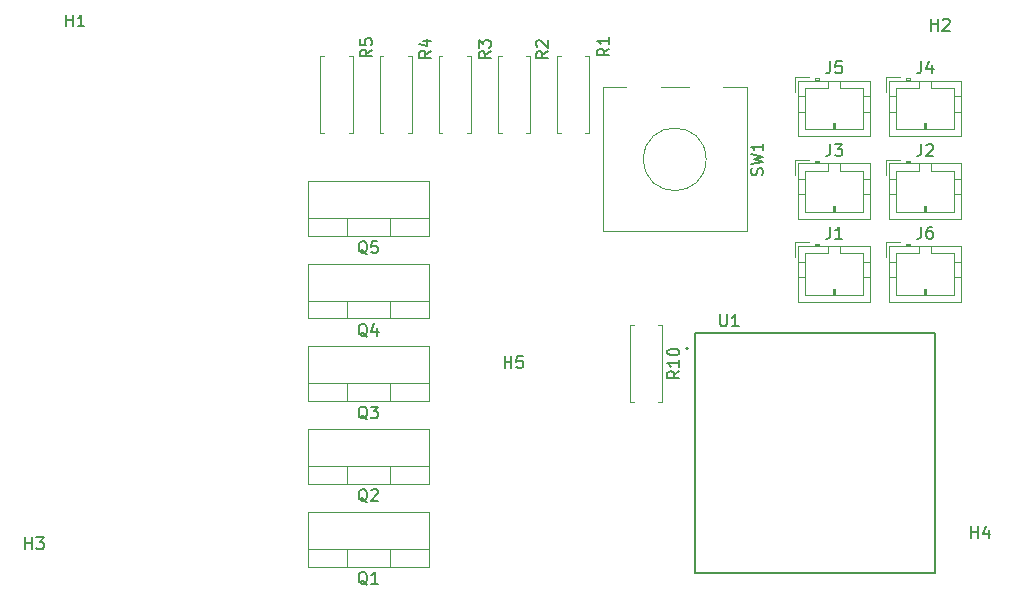
<source format=gbr>
%TF.GenerationSoftware,KiCad,Pcbnew,(6.0.6)*%
%TF.CreationDate,2022-06-23T13:36:09-07:00*%
%TF.ProjectId,KnightPCB,4b6e6967-6874-4504-9342-2e6b69636164,rev?*%
%TF.SameCoordinates,Original*%
%TF.FileFunction,Legend,Top*%
%TF.FilePolarity,Positive*%
%FSLAX46Y46*%
G04 Gerber Fmt 4.6, Leading zero omitted, Abs format (unit mm)*
G04 Created by KiCad (PCBNEW (6.0.6)) date 2022-06-23 13:36:09*
%MOMM*%
%LPD*%
G01*
G04 APERTURE LIST*
%ADD10C,0.150000*%
%ADD11C,0.120000*%
%ADD12C,0.127000*%
%ADD13C,0.200000*%
G04 APERTURE END LIST*
D10*
%TO.C,H5*%
X95788095Y-63552380D02*
X95788095Y-62552380D01*
X95788095Y-63028571D02*
X96359523Y-63028571D01*
X96359523Y-63552380D02*
X96359523Y-62552380D01*
X97311904Y-62552380D02*
X96835714Y-62552380D01*
X96788095Y-63028571D01*
X96835714Y-62980952D01*
X96930952Y-62933333D01*
X97169047Y-62933333D01*
X97264285Y-62980952D01*
X97311904Y-63028571D01*
X97359523Y-63123809D01*
X97359523Y-63361904D01*
X97311904Y-63457142D01*
X97264285Y-63504761D01*
X97169047Y-63552380D01*
X96930952Y-63552380D01*
X96835714Y-63504761D01*
X96788095Y-63457142D01*
%TO.C,J6*%
X131066666Y-51602380D02*
X131066666Y-52316666D01*
X131019047Y-52459523D01*
X130923809Y-52554761D01*
X130780952Y-52602380D01*
X130685714Y-52602380D01*
X131971428Y-51602380D02*
X131780952Y-51602380D01*
X131685714Y-51650000D01*
X131638095Y-51697619D01*
X131542857Y-51840476D01*
X131495238Y-52030952D01*
X131495238Y-52411904D01*
X131542857Y-52507142D01*
X131590476Y-52554761D01*
X131685714Y-52602380D01*
X131876190Y-52602380D01*
X131971428Y-52554761D01*
X132019047Y-52507142D01*
X132066666Y-52411904D01*
X132066666Y-52173809D01*
X132019047Y-52078571D01*
X131971428Y-52030952D01*
X131876190Y-51983333D01*
X131685714Y-51983333D01*
X131590476Y-52030952D01*
X131542857Y-52078571D01*
X131495238Y-52173809D01*
%TO.C,J5*%
X123366666Y-37602380D02*
X123366666Y-38316666D01*
X123319047Y-38459523D01*
X123223809Y-38554761D01*
X123080952Y-38602380D01*
X122985714Y-38602380D01*
X124319047Y-37602380D02*
X123842857Y-37602380D01*
X123795238Y-38078571D01*
X123842857Y-38030952D01*
X123938095Y-37983333D01*
X124176190Y-37983333D01*
X124271428Y-38030952D01*
X124319047Y-38078571D01*
X124366666Y-38173809D01*
X124366666Y-38411904D01*
X124319047Y-38507142D01*
X124271428Y-38554761D01*
X124176190Y-38602380D01*
X123938095Y-38602380D01*
X123842857Y-38554761D01*
X123795238Y-38507142D01*
%TO.C,J4*%
X131066666Y-37602380D02*
X131066666Y-38316666D01*
X131019047Y-38459523D01*
X130923809Y-38554761D01*
X130780952Y-38602380D01*
X130685714Y-38602380D01*
X131971428Y-37935714D02*
X131971428Y-38602380D01*
X131733333Y-37554761D02*
X131495238Y-38269047D01*
X132114285Y-38269047D01*
%TO.C,J3*%
X123366666Y-44602380D02*
X123366666Y-45316666D01*
X123319047Y-45459523D01*
X123223809Y-45554761D01*
X123080952Y-45602380D01*
X122985714Y-45602380D01*
X123747619Y-44602380D02*
X124366666Y-44602380D01*
X124033333Y-44983333D01*
X124176190Y-44983333D01*
X124271428Y-45030952D01*
X124319047Y-45078571D01*
X124366666Y-45173809D01*
X124366666Y-45411904D01*
X124319047Y-45507142D01*
X124271428Y-45554761D01*
X124176190Y-45602380D01*
X123890476Y-45602380D01*
X123795238Y-45554761D01*
X123747619Y-45507142D01*
%TO.C,J2*%
X131066666Y-44602380D02*
X131066666Y-45316666D01*
X131019047Y-45459523D01*
X130923809Y-45554761D01*
X130780952Y-45602380D01*
X130685714Y-45602380D01*
X131495238Y-44697619D02*
X131542857Y-44650000D01*
X131638095Y-44602380D01*
X131876190Y-44602380D01*
X131971428Y-44650000D01*
X132019047Y-44697619D01*
X132066666Y-44792857D01*
X132066666Y-44888095D01*
X132019047Y-45030952D01*
X131447619Y-45602380D01*
X132066666Y-45602380D01*
%TO.C,J1*%
X123366666Y-51602380D02*
X123366666Y-52316666D01*
X123319047Y-52459523D01*
X123223809Y-52554761D01*
X123080952Y-52602380D01*
X122985714Y-52602380D01*
X124366666Y-52602380D02*
X123795238Y-52602380D01*
X124080952Y-52602380D02*
X124080952Y-51602380D01*
X123985714Y-51745238D01*
X123890476Y-51840476D01*
X123795238Y-51888095D01*
%TO.C,R10*%
X110572380Y-63832857D02*
X110096190Y-64166190D01*
X110572380Y-64404285D02*
X109572380Y-64404285D01*
X109572380Y-64023333D01*
X109620000Y-63928095D01*
X109667619Y-63880476D01*
X109762857Y-63832857D01*
X109905714Y-63832857D01*
X110000952Y-63880476D01*
X110048571Y-63928095D01*
X110096190Y-64023333D01*
X110096190Y-64404285D01*
X110572380Y-62880476D02*
X110572380Y-63451904D01*
X110572380Y-63166190D02*
X109572380Y-63166190D01*
X109715238Y-63261428D01*
X109810476Y-63356666D01*
X109858095Y-63451904D01*
X109572380Y-62261428D02*
X109572380Y-62166190D01*
X109620000Y-62070952D01*
X109667619Y-62023333D01*
X109762857Y-61975714D01*
X109953333Y-61928095D01*
X110191428Y-61928095D01*
X110381904Y-61975714D01*
X110477142Y-62023333D01*
X110524761Y-62070952D01*
X110572380Y-62166190D01*
X110572380Y-62261428D01*
X110524761Y-62356666D01*
X110477142Y-62404285D01*
X110381904Y-62451904D01*
X110191428Y-62499523D01*
X109953333Y-62499523D01*
X109762857Y-62451904D01*
X109667619Y-62404285D01*
X109620000Y-62356666D01*
X109572380Y-62261428D01*
%TO.C,R2*%
X99452380Y-36766666D02*
X98976190Y-37100000D01*
X99452380Y-37338095D02*
X98452380Y-37338095D01*
X98452380Y-36957142D01*
X98500000Y-36861904D01*
X98547619Y-36814285D01*
X98642857Y-36766666D01*
X98785714Y-36766666D01*
X98880952Y-36814285D01*
X98928571Y-36861904D01*
X98976190Y-36957142D01*
X98976190Y-37338095D01*
X98547619Y-36385714D02*
X98500000Y-36338095D01*
X98452380Y-36242857D01*
X98452380Y-36004761D01*
X98500000Y-35909523D01*
X98547619Y-35861904D01*
X98642857Y-35814285D01*
X98738095Y-35814285D01*
X98880952Y-35861904D01*
X99452380Y-36433333D01*
X99452380Y-35814285D01*
%TO.C,U1*%
X114045595Y-59017380D02*
X114045595Y-59826904D01*
X114093214Y-59922142D01*
X114140833Y-59969761D01*
X114236071Y-60017380D01*
X114426547Y-60017380D01*
X114521785Y-59969761D01*
X114569404Y-59922142D01*
X114617023Y-59826904D01*
X114617023Y-59017380D01*
X115617023Y-60017380D02*
X115045595Y-60017380D01*
X115331309Y-60017380D02*
X115331309Y-59017380D01*
X115236071Y-59160238D01*
X115140833Y-59255476D01*
X115045595Y-59303095D01*
%TO.C,Q1*%
X84164761Y-81922619D02*
X84069523Y-81875000D01*
X83974285Y-81779761D01*
X83831428Y-81636904D01*
X83736190Y-81589285D01*
X83640952Y-81589285D01*
X83688571Y-81827380D02*
X83593333Y-81779761D01*
X83498095Y-81684523D01*
X83450476Y-81494047D01*
X83450476Y-81160714D01*
X83498095Y-80970238D01*
X83593333Y-80875000D01*
X83688571Y-80827380D01*
X83879047Y-80827380D01*
X83974285Y-80875000D01*
X84069523Y-80970238D01*
X84117142Y-81160714D01*
X84117142Y-81494047D01*
X84069523Y-81684523D01*
X83974285Y-81779761D01*
X83879047Y-81827380D01*
X83688571Y-81827380D01*
X85069523Y-81827380D02*
X84498095Y-81827380D01*
X84783809Y-81827380D02*
X84783809Y-80827380D01*
X84688571Y-80970238D01*
X84593333Y-81065476D01*
X84498095Y-81113095D01*
%TO.C,R3*%
X94602380Y-36766666D02*
X94126190Y-37100000D01*
X94602380Y-37338095D02*
X93602380Y-37338095D01*
X93602380Y-36957142D01*
X93650000Y-36861904D01*
X93697619Y-36814285D01*
X93792857Y-36766666D01*
X93935714Y-36766666D01*
X94030952Y-36814285D01*
X94078571Y-36861904D01*
X94126190Y-36957142D01*
X94126190Y-37338095D01*
X93602380Y-36433333D02*
X93602380Y-35814285D01*
X93983333Y-36147619D01*
X93983333Y-36004761D01*
X94030952Y-35909523D01*
X94078571Y-35861904D01*
X94173809Y-35814285D01*
X94411904Y-35814285D01*
X94507142Y-35861904D01*
X94554761Y-35909523D01*
X94602380Y-36004761D01*
X94602380Y-36290476D01*
X94554761Y-36385714D01*
X94507142Y-36433333D01*
%TO.C,R4*%
X89552380Y-36716666D02*
X89076190Y-37050000D01*
X89552380Y-37288095D02*
X88552380Y-37288095D01*
X88552380Y-36907142D01*
X88600000Y-36811904D01*
X88647619Y-36764285D01*
X88742857Y-36716666D01*
X88885714Y-36716666D01*
X88980952Y-36764285D01*
X89028571Y-36811904D01*
X89076190Y-36907142D01*
X89076190Y-37288095D01*
X88885714Y-35859523D02*
X89552380Y-35859523D01*
X88504761Y-36097619D02*
X89219047Y-36335714D01*
X89219047Y-35716666D01*
%TO.C,H1*%
X58638095Y-34652380D02*
X58638095Y-33652380D01*
X58638095Y-34128571D02*
X59209523Y-34128571D01*
X59209523Y-34652380D02*
X59209523Y-33652380D01*
X60209523Y-34652380D02*
X59638095Y-34652380D01*
X59923809Y-34652380D02*
X59923809Y-33652380D01*
X59828571Y-33795238D01*
X59733333Y-33890476D01*
X59638095Y-33938095D01*
%TO.C,R5*%
X84552380Y-36616666D02*
X84076190Y-36950000D01*
X84552380Y-37188095D02*
X83552380Y-37188095D01*
X83552380Y-36807142D01*
X83600000Y-36711904D01*
X83647619Y-36664285D01*
X83742857Y-36616666D01*
X83885714Y-36616666D01*
X83980952Y-36664285D01*
X84028571Y-36711904D01*
X84076190Y-36807142D01*
X84076190Y-37188095D01*
X83552380Y-35711904D02*
X83552380Y-36188095D01*
X84028571Y-36235714D01*
X83980952Y-36188095D01*
X83933333Y-36092857D01*
X83933333Y-35854761D01*
X83980952Y-35759523D01*
X84028571Y-35711904D01*
X84123809Y-35664285D01*
X84361904Y-35664285D01*
X84457142Y-35711904D01*
X84504761Y-35759523D01*
X84552380Y-35854761D01*
X84552380Y-36092857D01*
X84504761Y-36188095D01*
X84457142Y-36235714D01*
%TO.C,Q5*%
X84164761Y-53922619D02*
X84069523Y-53875000D01*
X83974285Y-53779761D01*
X83831428Y-53636904D01*
X83736190Y-53589285D01*
X83640952Y-53589285D01*
X83688571Y-53827380D02*
X83593333Y-53779761D01*
X83498095Y-53684523D01*
X83450476Y-53494047D01*
X83450476Y-53160714D01*
X83498095Y-52970238D01*
X83593333Y-52875000D01*
X83688571Y-52827380D01*
X83879047Y-52827380D01*
X83974285Y-52875000D01*
X84069523Y-52970238D01*
X84117142Y-53160714D01*
X84117142Y-53494047D01*
X84069523Y-53684523D01*
X83974285Y-53779761D01*
X83879047Y-53827380D01*
X83688571Y-53827380D01*
X85021904Y-52827380D02*
X84545714Y-52827380D01*
X84498095Y-53303571D01*
X84545714Y-53255952D01*
X84640952Y-53208333D01*
X84879047Y-53208333D01*
X84974285Y-53255952D01*
X85021904Y-53303571D01*
X85069523Y-53398809D01*
X85069523Y-53636904D01*
X85021904Y-53732142D01*
X84974285Y-53779761D01*
X84879047Y-53827380D01*
X84640952Y-53827380D01*
X84545714Y-53779761D01*
X84498095Y-53732142D01*
%TO.C,H4*%
X135288095Y-77952380D02*
X135288095Y-76952380D01*
X135288095Y-77428571D02*
X135859523Y-77428571D01*
X135859523Y-77952380D02*
X135859523Y-76952380D01*
X136764285Y-77285714D02*
X136764285Y-77952380D01*
X136526190Y-76904761D02*
X136288095Y-77619047D01*
X136907142Y-77619047D01*
%TO.C,Q3*%
X84164761Y-67922619D02*
X84069523Y-67875000D01*
X83974285Y-67779761D01*
X83831428Y-67636904D01*
X83736190Y-67589285D01*
X83640952Y-67589285D01*
X83688571Y-67827380D02*
X83593333Y-67779761D01*
X83498095Y-67684523D01*
X83450476Y-67494047D01*
X83450476Y-67160714D01*
X83498095Y-66970238D01*
X83593333Y-66875000D01*
X83688571Y-66827380D01*
X83879047Y-66827380D01*
X83974285Y-66875000D01*
X84069523Y-66970238D01*
X84117142Y-67160714D01*
X84117142Y-67494047D01*
X84069523Y-67684523D01*
X83974285Y-67779761D01*
X83879047Y-67827380D01*
X83688571Y-67827380D01*
X84450476Y-66827380D02*
X85069523Y-66827380D01*
X84736190Y-67208333D01*
X84879047Y-67208333D01*
X84974285Y-67255952D01*
X85021904Y-67303571D01*
X85069523Y-67398809D01*
X85069523Y-67636904D01*
X85021904Y-67732142D01*
X84974285Y-67779761D01*
X84879047Y-67827380D01*
X84593333Y-67827380D01*
X84498095Y-67779761D01*
X84450476Y-67732142D01*
%TO.C,R1*%
X104652380Y-36516666D02*
X104176190Y-36850000D01*
X104652380Y-37088095D02*
X103652380Y-37088095D01*
X103652380Y-36707142D01*
X103700000Y-36611904D01*
X103747619Y-36564285D01*
X103842857Y-36516666D01*
X103985714Y-36516666D01*
X104080952Y-36564285D01*
X104128571Y-36611904D01*
X104176190Y-36707142D01*
X104176190Y-37088095D01*
X104652380Y-35564285D02*
X104652380Y-36135714D01*
X104652380Y-35850000D02*
X103652380Y-35850000D01*
X103795238Y-35945238D01*
X103890476Y-36040476D01*
X103938095Y-36135714D01*
%TO.C,SW1*%
X117604761Y-47233333D02*
X117652380Y-47090476D01*
X117652380Y-46852380D01*
X117604761Y-46757142D01*
X117557142Y-46709523D01*
X117461904Y-46661904D01*
X117366666Y-46661904D01*
X117271428Y-46709523D01*
X117223809Y-46757142D01*
X117176190Y-46852380D01*
X117128571Y-47042857D01*
X117080952Y-47138095D01*
X117033333Y-47185714D01*
X116938095Y-47233333D01*
X116842857Y-47233333D01*
X116747619Y-47185714D01*
X116700000Y-47138095D01*
X116652380Y-47042857D01*
X116652380Y-46804761D01*
X116700000Y-46661904D01*
X116652380Y-46328571D02*
X117652380Y-46090476D01*
X116938095Y-45900000D01*
X117652380Y-45709523D01*
X116652380Y-45471428D01*
X117652380Y-44566666D02*
X117652380Y-45138095D01*
X117652380Y-44852380D02*
X116652380Y-44852380D01*
X116795238Y-44947619D01*
X116890476Y-45042857D01*
X116938095Y-45138095D01*
%TO.C,Q4*%
X84164761Y-60922619D02*
X84069523Y-60875000D01*
X83974285Y-60779761D01*
X83831428Y-60636904D01*
X83736190Y-60589285D01*
X83640952Y-60589285D01*
X83688571Y-60827380D02*
X83593333Y-60779761D01*
X83498095Y-60684523D01*
X83450476Y-60494047D01*
X83450476Y-60160714D01*
X83498095Y-59970238D01*
X83593333Y-59875000D01*
X83688571Y-59827380D01*
X83879047Y-59827380D01*
X83974285Y-59875000D01*
X84069523Y-59970238D01*
X84117142Y-60160714D01*
X84117142Y-60494047D01*
X84069523Y-60684523D01*
X83974285Y-60779761D01*
X83879047Y-60827380D01*
X83688571Y-60827380D01*
X84974285Y-60160714D02*
X84974285Y-60827380D01*
X84736190Y-59779761D02*
X84498095Y-60494047D01*
X85117142Y-60494047D01*
%TO.C,H2*%
X131888095Y-35002380D02*
X131888095Y-34002380D01*
X131888095Y-34478571D02*
X132459523Y-34478571D01*
X132459523Y-35002380D02*
X132459523Y-34002380D01*
X132888095Y-34097619D02*
X132935714Y-34050000D01*
X133030952Y-34002380D01*
X133269047Y-34002380D01*
X133364285Y-34050000D01*
X133411904Y-34097619D01*
X133459523Y-34192857D01*
X133459523Y-34288095D01*
X133411904Y-34430952D01*
X132840476Y-35002380D01*
X133459523Y-35002380D01*
%TO.C,Q2*%
X84164761Y-74922619D02*
X84069523Y-74875000D01*
X83974285Y-74779761D01*
X83831428Y-74636904D01*
X83736190Y-74589285D01*
X83640952Y-74589285D01*
X83688571Y-74827380D02*
X83593333Y-74779761D01*
X83498095Y-74684523D01*
X83450476Y-74494047D01*
X83450476Y-74160714D01*
X83498095Y-73970238D01*
X83593333Y-73875000D01*
X83688571Y-73827380D01*
X83879047Y-73827380D01*
X83974285Y-73875000D01*
X84069523Y-73970238D01*
X84117142Y-74160714D01*
X84117142Y-74494047D01*
X84069523Y-74684523D01*
X83974285Y-74779761D01*
X83879047Y-74827380D01*
X83688571Y-74827380D01*
X84498095Y-73922619D02*
X84545714Y-73875000D01*
X84640952Y-73827380D01*
X84879047Y-73827380D01*
X84974285Y-73875000D01*
X85021904Y-73922619D01*
X85069523Y-74017857D01*
X85069523Y-74113095D01*
X85021904Y-74255952D01*
X84450476Y-74827380D01*
X85069523Y-74827380D01*
%TO.C,H3*%
X55188095Y-78902380D02*
X55188095Y-77902380D01*
X55188095Y-78378571D02*
X55759523Y-78378571D01*
X55759523Y-78902380D02*
X55759523Y-77902380D01*
X56140476Y-77902380D02*
X56759523Y-77902380D01*
X56426190Y-78283333D01*
X56569047Y-78283333D01*
X56664285Y-78330952D01*
X56711904Y-78378571D01*
X56759523Y-78473809D01*
X56759523Y-78711904D01*
X56711904Y-78807142D01*
X56664285Y-78854761D01*
X56569047Y-78902380D01*
X56283333Y-78902380D01*
X56188095Y-78854761D01*
X56140476Y-78807142D01*
D11*
%TO.C,J6*%
X129800000Y-53040000D02*
X129800000Y-53240000D01*
X128950000Y-57350000D02*
X133850000Y-57350000D01*
X133850000Y-57350000D02*
X133850000Y-53850000D01*
X128340000Y-55850000D02*
X128950000Y-55850000D01*
X131500000Y-56850000D02*
X131500000Y-57350000D01*
X130900000Y-53240000D02*
X130900000Y-53850000D01*
X128950000Y-53850000D02*
X128950000Y-57350000D01*
X130100000Y-53240000D02*
X130100000Y-53040000D01*
X128340000Y-53240000D02*
X128340000Y-57960000D01*
X134460000Y-53240000D02*
X128340000Y-53240000D01*
X130900000Y-53850000D02*
X128950000Y-53850000D01*
X134460000Y-55850000D02*
X133850000Y-55850000D01*
X133850000Y-53850000D02*
X131900000Y-53850000D01*
X128340000Y-54550000D02*
X128950000Y-54550000D01*
X131400000Y-57350000D02*
X131400000Y-56850000D01*
X131300000Y-56850000D02*
X131500000Y-56850000D01*
X134460000Y-57960000D02*
X134460000Y-53240000D01*
X130100000Y-53140000D02*
X129800000Y-53140000D01*
X131900000Y-53850000D02*
X131900000Y-53240000D01*
X128040000Y-52940000D02*
X128040000Y-54190000D01*
X129290000Y-52940000D02*
X128040000Y-52940000D01*
X128340000Y-57960000D02*
X134460000Y-57960000D01*
X134460000Y-54550000D02*
X133850000Y-54550000D01*
X130100000Y-53040000D02*
X129800000Y-53040000D01*
X131300000Y-57350000D02*
X131300000Y-56850000D01*
%TO.C,J5*%
X122100000Y-39040000D02*
X122100000Y-39240000D01*
X121250000Y-43350000D02*
X126150000Y-43350000D01*
X126150000Y-43350000D02*
X126150000Y-39850000D01*
X120640000Y-41850000D02*
X121250000Y-41850000D01*
X123800000Y-42850000D02*
X123800000Y-43350000D01*
X123200000Y-39240000D02*
X123200000Y-39850000D01*
X121250000Y-39850000D02*
X121250000Y-43350000D01*
X122400000Y-39240000D02*
X122400000Y-39040000D01*
X120640000Y-39240000D02*
X120640000Y-43960000D01*
X126760000Y-39240000D02*
X120640000Y-39240000D01*
X123200000Y-39850000D02*
X121250000Y-39850000D01*
X126760000Y-41850000D02*
X126150000Y-41850000D01*
X126150000Y-39850000D02*
X124200000Y-39850000D01*
X120640000Y-40550000D02*
X121250000Y-40550000D01*
X123700000Y-43350000D02*
X123700000Y-42850000D01*
X123600000Y-42850000D02*
X123800000Y-42850000D01*
X126760000Y-43960000D02*
X126760000Y-39240000D01*
X122400000Y-39140000D02*
X122100000Y-39140000D01*
X124200000Y-39850000D02*
X124200000Y-39240000D01*
X120340000Y-38940000D02*
X120340000Y-40190000D01*
X121590000Y-38940000D02*
X120340000Y-38940000D01*
X120640000Y-43960000D02*
X126760000Y-43960000D01*
X126760000Y-40550000D02*
X126150000Y-40550000D01*
X122400000Y-39040000D02*
X122100000Y-39040000D01*
X123600000Y-43350000D02*
X123600000Y-42850000D01*
%TO.C,J4*%
X131300000Y-43350000D02*
X131300000Y-42850000D01*
X130100000Y-39040000D02*
X129800000Y-39040000D01*
X134460000Y-40550000D02*
X133850000Y-40550000D01*
X128340000Y-43960000D02*
X134460000Y-43960000D01*
X129290000Y-38940000D02*
X128040000Y-38940000D01*
X128040000Y-38940000D02*
X128040000Y-40190000D01*
X131900000Y-39850000D02*
X131900000Y-39240000D01*
X130100000Y-39140000D02*
X129800000Y-39140000D01*
X134460000Y-43960000D02*
X134460000Y-39240000D01*
X131300000Y-42850000D02*
X131500000Y-42850000D01*
X131400000Y-43350000D02*
X131400000Y-42850000D01*
X128340000Y-40550000D02*
X128950000Y-40550000D01*
X133850000Y-39850000D02*
X131900000Y-39850000D01*
X134460000Y-41850000D02*
X133850000Y-41850000D01*
X130900000Y-39850000D02*
X128950000Y-39850000D01*
X134460000Y-39240000D02*
X128340000Y-39240000D01*
X128340000Y-39240000D02*
X128340000Y-43960000D01*
X130100000Y-39240000D02*
X130100000Y-39040000D01*
X128950000Y-39850000D02*
X128950000Y-43350000D01*
X130900000Y-39240000D02*
X130900000Y-39850000D01*
X131500000Y-42850000D02*
X131500000Y-43350000D01*
X128340000Y-41850000D02*
X128950000Y-41850000D01*
X133850000Y-43350000D02*
X133850000Y-39850000D01*
X128950000Y-43350000D02*
X133850000Y-43350000D01*
X129800000Y-39040000D02*
X129800000Y-39240000D01*
%TO.C,J3*%
X122100000Y-46040000D02*
X122100000Y-46240000D01*
X121250000Y-50350000D02*
X126150000Y-50350000D01*
X126150000Y-50350000D02*
X126150000Y-46850000D01*
X120640000Y-48850000D02*
X121250000Y-48850000D01*
X123800000Y-49850000D02*
X123800000Y-50350000D01*
X123200000Y-46240000D02*
X123200000Y-46850000D01*
X121250000Y-46850000D02*
X121250000Y-50350000D01*
X122400000Y-46240000D02*
X122400000Y-46040000D01*
X120640000Y-46240000D02*
X120640000Y-50960000D01*
X126760000Y-46240000D02*
X120640000Y-46240000D01*
X123200000Y-46850000D02*
X121250000Y-46850000D01*
X126760000Y-48850000D02*
X126150000Y-48850000D01*
X126150000Y-46850000D02*
X124200000Y-46850000D01*
X120640000Y-47550000D02*
X121250000Y-47550000D01*
X123700000Y-50350000D02*
X123700000Y-49850000D01*
X123600000Y-49850000D02*
X123800000Y-49850000D01*
X126760000Y-50960000D02*
X126760000Y-46240000D01*
X122400000Y-46140000D02*
X122100000Y-46140000D01*
X124200000Y-46850000D02*
X124200000Y-46240000D01*
X120340000Y-45940000D02*
X120340000Y-47190000D01*
X121590000Y-45940000D02*
X120340000Y-45940000D01*
X120640000Y-50960000D02*
X126760000Y-50960000D01*
X126760000Y-47550000D02*
X126150000Y-47550000D01*
X122400000Y-46040000D02*
X122100000Y-46040000D01*
X123600000Y-50350000D02*
X123600000Y-49850000D01*
%TO.C,J2*%
X131300000Y-50350000D02*
X131300000Y-49850000D01*
X130100000Y-46040000D02*
X129800000Y-46040000D01*
X134460000Y-47550000D02*
X133850000Y-47550000D01*
X128340000Y-50960000D02*
X134460000Y-50960000D01*
X129290000Y-45940000D02*
X128040000Y-45940000D01*
X128040000Y-45940000D02*
X128040000Y-47190000D01*
X131900000Y-46850000D02*
X131900000Y-46240000D01*
X130100000Y-46140000D02*
X129800000Y-46140000D01*
X134460000Y-50960000D02*
X134460000Y-46240000D01*
X131300000Y-49850000D02*
X131500000Y-49850000D01*
X131400000Y-50350000D02*
X131400000Y-49850000D01*
X128340000Y-47550000D02*
X128950000Y-47550000D01*
X133850000Y-46850000D02*
X131900000Y-46850000D01*
X134460000Y-48850000D02*
X133850000Y-48850000D01*
X130900000Y-46850000D02*
X128950000Y-46850000D01*
X134460000Y-46240000D02*
X128340000Y-46240000D01*
X128340000Y-46240000D02*
X128340000Y-50960000D01*
X130100000Y-46240000D02*
X130100000Y-46040000D01*
X128950000Y-46850000D02*
X128950000Y-50350000D01*
X130900000Y-46240000D02*
X130900000Y-46850000D01*
X131500000Y-49850000D02*
X131500000Y-50350000D01*
X128340000Y-48850000D02*
X128950000Y-48850000D01*
X133850000Y-50350000D02*
X133850000Y-46850000D01*
X128950000Y-50350000D02*
X133850000Y-50350000D01*
X129800000Y-46040000D02*
X129800000Y-46240000D01*
%TO.C,J1*%
X122100000Y-53040000D02*
X122100000Y-53240000D01*
X121250000Y-57350000D02*
X126150000Y-57350000D01*
X126150000Y-57350000D02*
X126150000Y-53850000D01*
X120640000Y-55850000D02*
X121250000Y-55850000D01*
X123800000Y-56850000D02*
X123800000Y-57350000D01*
X123200000Y-53240000D02*
X123200000Y-53850000D01*
X121250000Y-53850000D02*
X121250000Y-57350000D01*
X122400000Y-53240000D02*
X122400000Y-53040000D01*
X120640000Y-53240000D02*
X120640000Y-57960000D01*
X126760000Y-53240000D02*
X120640000Y-53240000D01*
X123200000Y-53850000D02*
X121250000Y-53850000D01*
X126760000Y-55850000D02*
X126150000Y-55850000D01*
X126150000Y-53850000D02*
X124200000Y-53850000D01*
X120640000Y-54550000D02*
X121250000Y-54550000D01*
X123700000Y-57350000D02*
X123700000Y-56850000D01*
X123600000Y-56850000D02*
X123800000Y-56850000D01*
X126760000Y-57960000D02*
X126760000Y-53240000D01*
X122400000Y-53140000D02*
X122100000Y-53140000D01*
X124200000Y-53850000D02*
X124200000Y-53240000D01*
X120340000Y-52940000D02*
X120340000Y-54190000D01*
X121590000Y-52940000D02*
X120340000Y-52940000D01*
X120640000Y-57960000D02*
X126760000Y-57960000D01*
X126760000Y-54550000D02*
X126150000Y-54550000D01*
X122400000Y-53040000D02*
X122100000Y-53040000D01*
X123600000Y-57350000D02*
X123600000Y-56850000D01*
%TO.C,R10*%
X109120000Y-66460000D02*
X108790000Y-66460000D01*
X109120000Y-59920000D02*
X109120000Y-66460000D01*
X106380000Y-59920000D02*
X106380000Y-66460000D01*
X106380000Y-66460000D02*
X106710000Y-66460000D01*
X106710000Y-59920000D02*
X106380000Y-59920000D01*
X108790000Y-59920000D02*
X109120000Y-59920000D01*
%TO.C,R2*%
X95527500Y-37155000D02*
X95197500Y-37155000D01*
X97937500Y-37155000D02*
X97937500Y-43695000D01*
X97937500Y-43695000D02*
X97607500Y-43695000D01*
X95197500Y-43695000D02*
X95527500Y-43695000D01*
X95197500Y-37155000D02*
X95197500Y-43695000D01*
X97607500Y-37155000D02*
X97937500Y-37155000D01*
D12*
%TO.C,U1*%
X111872500Y-80960000D02*
X111872500Y-60640000D01*
X111872500Y-60640000D02*
X132192500Y-60640000D01*
X132192500Y-80960000D02*
X111872500Y-80960000D01*
X132192500Y-60640000D02*
X132192500Y-80960000D01*
D13*
X111332500Y-61910000D02*
G75*
G03*
X111332500Y-61910000I-100000J0D01*
G01*
D11*
%TO.C,Q1*%
X86110000Y-80375000D02*
X86110000Y-78865000D01*
X82409000Y-80375000D02*
X82409000Y-78865000D01*
X89380000Y-80375000D02*
X89380000Y-75734000D01*
X89380000Y-75734000D02*
X79140000Y-75734000D01*
X89380000Y-78865000D02*
X79140000Y-78865000D01*
X89380000Y-80375000D02*
X79140000Y-80375000D01*
X79140000Y-80375000D02*
X79140000Y-75734000D01*
%TO.C,R3*%
X90197500Y-43695000D02*
X90527500Y-43695000D01*
X90197500Y-37155000D02*
X90197500Y-43695000D01*
X92937500Y-43695000D02*
X92607500Y-43695000D01*
X92607500Y-37155000D02*
X92937500Y-37155000D01*
X92937500Y-37155000D02*
X92937500Y-43695000D01*
X90527500Y-37155000D02*
X90197500Y-37155000D01*
%TO.C,R4*%
X85527500Y-37155000D02*
X85197500Y-37155000D01*
X85197500Y-43695000D02*
X85527500Y-43695000D01*
X85197500Y-37155000D02*
X85197500Y-43695000D01*
X87937500Y-43695000D02*
X87607500Y-43695000D01*
X87937500Y-37155000D02*
X87937500Y-43695000D01*
X87607500Y-37155000D02*
X87937500Y-37155000D01*
%TO.C,R5*%
X80527500Y-37155000D02*
X80197500Y-37155000D01*
X82937500Y-37155000D02*
X82937500Y-43695000D01*
X82937500Y-43695000D02*
X82607500Y-43695000D01*
X80197500Y-37155000D02*
X80197500Y-43695000D01*
X82607500Y-37155000D02*
X82937500Y-37155000D01*
X80197500Y-43695000D02*
X80527500Y-43695000D01*
%TO.C,Q5*%
X89380000Y-52375000D02*
X79140000Y-52375000D01*
X82409000Y-52375000D02*
X82409000Y-50865000D01*
X89380000Y-52375000D02*
X89380000Y-47734000D01*
X89380000Y-47734000D02*
X79140000Y-47734000D01*
X86110000Y-52375000D02*
X86110000Y-50865000D01*
X89380000Y-50865000D02*
X79140000Y-50865000D01*
X79140000Y-52375000D02*
X79140000Y-47734000D01*
%TO.C,Q3*%
X89380000Y-64865000D02*
X79140000Y-64865000D01*
X89380000Y-66375000D02*
X89380000Y-61734000D01*
X86110000Y-66375000D02*
X86110000Y-64865000D01*
X82409000Y-66375000D02*
X82409000Y-64865000D01*
X89380000Y-66375000D02*
X79140000Y-66375000D01*
X79140000Y-66375000D02*
X79140000Y-61734000D01*
X89380000Y-61734000D02*
X79140000Y-61734000D01*
%TO.C,R1*%
X102937500Y-37155000D02*
X102937500Y-43695000D01*
X102937500Y-43695000D02*
X102607500Y-43695000D01*
X102607500Y-37155000D02*
X102937500Y-37155000D01*
X100197500Y-43695000D02*
X100527500Y-43695000D01*
X100197500Y-37155000D02*
X100197500Y-43695000D01*
X100527500Y-37155000D02*
X100197500Y-37155000D01*
%TO.C,SW1*%
X104100000Y-52000000D02*
X104100000Y-39800000D01*
X116300000Y-52000000D02*
X104100000Y-52000000D01*
X104100000Y-39800000D02*
X106090000Y-39800000D01*
X111390000Y-39800000D02*
X109010000Y-39800000D01*
X114310000Y-39800000D02*
X116300000Y-39800000D01*
X116300000Y-39800000D02*
X116300000Y-52000000D01*
X112850000Y-45900000D02*
G75*
G03*
X112850000Y-45900000I-2650000J0D01*
G01*
%TO.C,Q4*%
X89380000Y-59375000D02*
X79140000Y-59375000D01*
X79140000Y-59375000D02*
X79140000Y-54734000D01*
X89380000Y-54734000D02*
X79140000Y-54734000D01*
X82409000Y-59375000D02*
X82409000Y-57865000D01*
X89380000Y-59375000D02*
X89380000Y-54734000D01*
X89380000Y-57865000D02*
X79140000Y-57865000D01*
X86110000Y-59375000D02*
X86110000Y-57865000D01*
%TO.C,Q2*%
X82409000Y-73375000D02*
X82409000Y-71865000D01*
X89380000Y-71865000D02*
X79140000Y-71865000D01*
X79140000Y-73375000D02*
X79140000Y-68734000D01*
X86110000Y-73375000D02*
X86110000Y-71865000D01*
X89380000Y-68734000D02*
X79140000Y-68734000D01*
X89380000Y-73375000D02*
X89380000Y-68734000D01*
X89380000Y-73375000D02*
X79140000Y-73375000D01*
%TD*%
M02*

</source>
